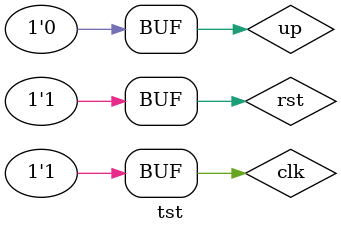
<source format=v>
`timescale 1ns / 1ps
module tst();
reg clk,rst,up;
wire [3:0] q;
counter c4(clk,rst,up,q);
initial clk=1'b1;
initial up=1'b0;
initial rst=1'b1;
initial repeat (1000) #30 clk=~clk;
initial repeat (2000) #100 rst=~rst;
initial repeat (1000) #100 up=~up;
endmodule

</source>
